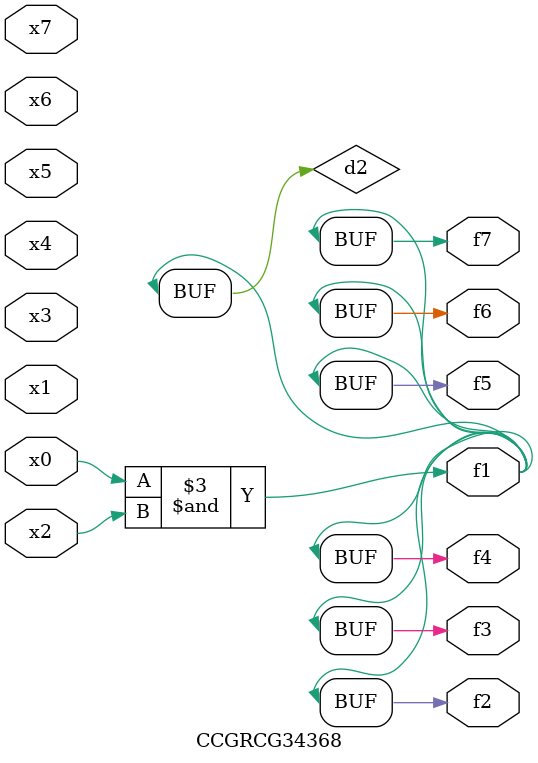
<source format=v>
module CCGRCG34368(
	input x0, x1, x2, x3, x4, x5, x6, x7,
	output f1, f2, f3, f4, f5, f6, f7
);

	wire d1, d2;

	nor (d1, x3, x6);
	and (d2, x0, x2);
	assign f1 = d2;
	assign f2 = d2;
	assign f3 = d2;
	assign f4 = d2;
	assign f5 = d2;
	assign f6 = d2;
	assign f7 = d2;
endmodule

</source>
